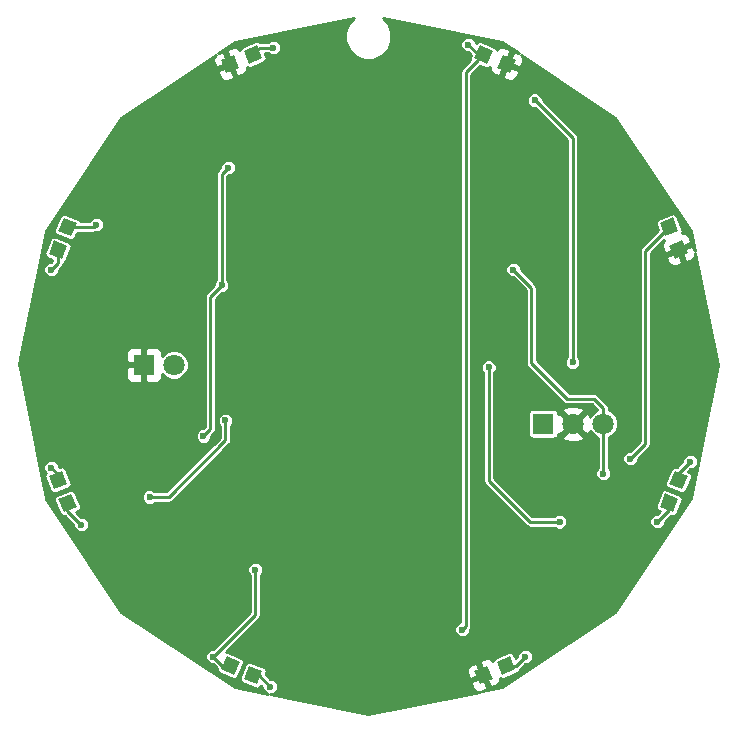
<source format=gtl>
G04 #@! TF.FileFunction,Copper,L1,Top,Signal*
%FSLAX46Y46*%
G04 Gerber Fmt 4.6, Leading zero omitted, Abs format (unit mm)*
G04 Created by KiCad (PCBNEW 4.0.7) date Thursday, May 03, 2018 'AMt' 10:41:57 AM*
%MOMM*%
%LPD*%
G01*
G04 APERTURE LIST*
%ADD10C,0.100000*%
%ADD11R,1.800000X1.800000*%
%ADD12C,1.800000*%
%ADD13C,0.600000*%
%ADD14C,0.250000*%
%ADD15C,0.254000*%
G04 APERTURE END LIST*
D10*
G36*
X87537626Y-125792972D02*
X87996417Y-124685351D01*
X89104038Y-125144142D01*
X88645247Y-126251763D01*
X87537626Y-125792972D01*
X87537626Y-125792972D01*
G37*
G36*
X89475962Y-126595858D02*
X89934753Y-125488237D01*
X91042374Y-125947028D01*
X90583583Y-127054649D01*
X89475962Y-126595858D01*
X89475962Y-126595858D01*
G37*
G36*
X74207028Y-87537626D02*
X75314649Y-87996417D01*
X74855858Y-89104038D01*
X73748237Y-88645247D01*
X74207028Y-87537626D01*
X74207028Y-87537626D01*
G37*
G36*
X73404142Y-89475962D02*
X74511763Y-89934753D01*
X74052972Y-91042374D01*
X72945351Y-90583583D01*
X73404142Y-89475962D01*
X73404142Y-89475962D01*
G37*
G36*
X108967626Y-74052972D02*
X109426417Y-72945351D01*
X110534038Y-73404142D01*
X110075247Y-74511763D01*
X108967626Y-74052972D01*
X108967626Y-74052972D01*
G37*
G36*
X110905962Y-74855858D02*
X111364753Y-73748237D01*
X112472374Y-74207028D01*
X112013583Y-75314649D01*
X110905962Y-74855858D01*
X110905962Y-74855858D01*
G37*
G36*
X90573583Y-72945351D02*
X91032374Y-74052972D01*
X89924753Y-74511763D01*
X89465962Y-73404142D01*
X90573583Y-72945351D01*
X90573583Y-72945351D01*
G37*
G36*
X88635247Y-73748237D02*
X89094038Y-74855858D01*
X87986417Y-75314649D01*
X87527626Y-74207028D01*
X88635247Y-73748237D01*
X88635247Y-73748237D01*
G37*
G36*
X72945351Y-109426417D02*
X74052972Y-108967626D01*
X74511763Y-110075247D01*
X73404142Y-110534038D01*
X72945351Y-109426417D01*
X72945351Y-109426417D01*
G37*
G36*
X73748237Y-111364753D02*
X74855858Y-110905962D01*
X75314649Y-112013583D01*
X74207028Y-112472374D01*
X73748237Y-111364753D01*
X73748237Y-111364753D01*
G37*
G36*
X125947028Y-108957626D02*
X127054649Y-109416417D01*
X126595858Y-110524038D01*
X125488237Y-110065247D01*
X125947028Y-108957626D01*
X125947028Y-108957626D01*
G37*
G36*
X125144142Y-110895962D02*
X126251763Y-111354753D01*
X125792972Y-112462374D01*
X124685351Y-112003583D01*
X125144142Y-110895962D01*
X125144142Y-110895962D01*
G37*
G36*
X124685351Y-87986417D02*
X125792972Y-87527626D01*
X126251763Y-88635247D01*
X125144142Y-89094038D01*
X124685351Y-87986417D01*
X124685351Y-87986417D01*
G37*
G36*
X125488237Y-89924753D02*
X126595858Y-89465962D01*
X127054649Y-90573583D01*
X125947028Y-91032374D01*
X125488237Y-89924753D01*
X125488237Y-89924753D01*
G37*
G36*
X112003583Y-124685351D02*
X112462374Y-125792972D01*
X111354753Y-126251763D01*
X110895962Y-125144142D01*
X112003583Y-124685351D01*
X112003583Y-124685351D01*
G37*
G36*
X110065247Y-125488237D02*
X110524038Y-126595858D01*
X109416417Y-127054649D01*
X108957626Y-125947028D01*
X110065247Y-125488237D01*
X110065247Y-125488237D01*
G37*
D11*
X81000000Y-100000000D03*
D12*
X83540000Y-100000000D03*
D11*
X114800000Y-105000000D03*
D12*
X117340000Y-105000000D03*
X119880000Y-105000000D03*
D13*
X100076000Y-78994000D03*
X90424000Y-84582000D03*
X90424000Y-90932000D03*
X76962000Y-88138000D03*
X112268000Y-91948000D03*
X90424000Y-117348000D03*
X86868000Y-124714000D03*
X73152000Y-108712000D03*
X119888000Y-109220000D03*
X127254000Y-108204000D03*
X88138000Y-83312000D03*
X86030000Y-106030000D03*
X87580000Y-93280000D03*
X108458000Y-72898000D03*
X107950000Y-122428000D03*
X91694000Y-127254000D03*
X73152000Y-91948000D03*
X91948000Y-73152000D03*
X122174000Y-107950000D03*
X75692000Y-113538000D03*
X113284000Y-124714000D03*
X124460000Y-113284000D03*
X114100000Y-77600000D03*
X117300000Y-99800000D03*
X81500000Y-111200000D03*
X87900000Y-104700000D03*
X116200000Y-113300000D03*
X110200000Y-100200000D03*
D14*
X100020000Y-81750000D02*
X100020000Y-79050000D01*
X100020000Y-79050000D02*
X100076000Y-78994000D01*
X90424000Y-90932000D02*
X90424000Y-84582000D01*
X74531443Y-88320832D02*
X76779168Y-88320832D01*
X76779168Y-88320832D02*
X76962000Y-88138000D01*
X112268000Y-91948000D02*
X113792000Y-93472000D01*
X113792000Y-93472000D02*
X113792000Y-99822000D01*
X113792000Y-99822000D02*
X116840000Y-102870000D01*
X116840000Y-102870000D02*
X119126000Y-102870000D01*
X119126000Y-102870000D02*
X119880000Y-103624000D01*
X119880000Y-103624000D02*
X119880000Y-105000000D01*
X87884000Y-123698000D02*
X90424000Y-121158000D01*
X90424000Y-121158000D02*
X90424000Y-117348000D01*
X86868000Y-124714000D02*
X87884000Y-123698000D01*
X88320832Y-125468557D02*
X87622557Y-125468557D01*
X87622557Y-125468557D02*
X86868000Y-124714000D01*
X73728557Y-109750832D02*
X73728557Y-109288557D01*
X73728557Y-109288557D02*
X73152000Y-108712000D01*
X119888000Y-109220000D02*
X119888000Y-105008000D01*
X119888000Y-105008000D02*
X119880000Y-105000000D01*
X126271443Y-109740832D02*
X126271443Y-109186557D01*
X126271443Y-109186557D02*
X127254000Y-108204000D01*
X87580000Y-93280000D02*
X87580000Y-83870000D01*
X87580000Y-83870000D02*
X88138000Y-83312000D01*
X86620000Y-94240000D02*
X86620000Y-105440000D01*
X86620000Y-105440000D02*
X86030000Y-106030000D01*
X87580000Y-93280000D02*
X86620000Y-94240000D01*
X109750832Y-73728557D02*
X109288557Y-73728557D01*
X109288557Y-73728557D02*
X108458000Y-72898000D01*
X107950000Y-122428000D02*
X108249999Y-122128001D01*
X108249999Y-75229390D02*
X109221331Y-74258058D01*
X108249999Y-122128001D02*
X108249999Y-75229390D01*
X109221331Y-74258058D02*
X109750832Y-73728557D01*
X90259168Y-126271443D02*
X90711443Y-126271443D01*
X90711443Y-126271443D02*
X91694000Y-127254000D01*
X73728557Y-90259168D02*
X73728557Y-91371443D01*
X73728557Y-91371443D02*
X73152000Y-91948000D01*
X91948000Y-73152000D02*
X90825725Y-73152000D01*
X90825725Y-73152000D02*
X90249168Y-73728557D01*
X125468557Y-88310832D02*
X123444000Y-90335389D01*
X123444000Y-90335389D02*
X123444000Y-106680000D01*
X123444000Y-106680000D02*
X122174000Y-107950000D01*
X74531443Y-111689168D02*
X74531443Y-112377443D01*
X74531443Y-112377443D02*
X75692000Y-113538000D01*
X113284000Y-124714000D02*
X112529443Y-125468557D01*
X112529443Y-125468557D02*
X111679168Y-125468557D01*
X125468557Y-111679168D02*
X125468557Y-112275443D01*
X125468557Y-112275443D02*
X124460000Y-113284000D01*
X125222000Y-111925725D02*
X125468557Y-111679168D01*
X117300000Y-80800000D02*
X114100000Y-77600000D01*
X117300000Y-99375736D02*
X117300000Y-80800000D01*
X117300000Y-99800000D02*
X117300000Y-99375736D01*
X87900000Y-106400000D02*
X83100000Y-111200000D01*
X83100000Y-111200000D02*
X81500000Y-111200000D01*
X87900000Y-105124264D02*
X87900000Y-106400000D01*
X87900000Y-104700000D02*
X87900000Y-105124264D01*
X110200000Y-109800000D02*
X113700000Y-113300000D01*
X113700000Y-113300000D02*
X116200000Y-113300000D01*
X110200000Y-100200000D02*
X110200000Y-109800000D01*
D15*
G36*
X98343598Y-71091135D02*
X98045340Y-71809420D01*
X98044661Y-72587168D01*
X98341665Y-73305972D01*
X98891135Y-73856402D01*
X99609420Y-74154660D01*
X100387168Y-74155339D01*
X101105972Y-73858335D01*
X101656402Y-73308865D01*
X101954660Y-72590580D01*
X101955339Y-71812832D01*
X101658335Y-71094028D01*
X101242104Y-70677070D01*
X111315949Y-72680882D01*
X112732760Y-73627565D01*
X112425566Y-73500321D01*
X112218149Y-73586236D01*
X111855101Y-74462711D01*
X112731577Y-74825759D01*
X112938994Y-74739844D01*
X113010701Y-74566727D01*
X113107374Y-74333337D01*
X113107374Y-74080719D01*
X113010701Y-73847330D01*
X112908082Y-73744711D01*
X120909148Y-79090852D01*
X127319118Y-88684051D01*
X127651548Y-90355288D01*
X127521269Y-90040767D01*
X127313852Y-89954852D01*
X126437376Y-90317900D01*
X126800424Y-91194375D01*
X127007841Y-91280290D01*
X127180959Y-91208582D01*
X127414348Y-91111909D01*
X127592976Y-90933281D01*
X127689649Y-90699891D01*
X127689649Y-90546836D01*
X129570000Y-100000000D01*
X127319118Y-111315949D01*
X120909148Y-120909148D01*
X111315949Y-127319118D01*
X109625473Y-127655375D01*
X109949233Y-127521269D01*
X110035148Y-127313852D01*
X109672100Y-126437376D01*
X108795625Y-126800424D01*
X108709710Y-127007841D01*
X108781418Y-127180959D01*
X108878091Y-127414348D01*
X109056719Y-127592976D01*
X109290109Y-127689649D01*
X109453164Y-127689649D01*
X100000000Y-129570000D01*
X91649393Y-127908961D01*
X91823716Y-127909113D01*
X92064543Y-127809606D01*
X92248958Y-127625512D01*
X92348886Y-127384859D01*
X92349113Y-127124284D01*
X92249606Y-126883457D01*
X92065512Y-126699042D01*
X91824859Y-126599114D01*
X91717843Y-126599021D01*
X91326278Y-126207456D01*
X91376776Y-126085542D01*
X91404250Y-125954528D01*
X91380028Y-125820719D01*
X108322626Y-125820719D01*
X108322626Y-126073337D01*
X108419299Y-126306727D01*
X108491006Y-126479844D01*
X108698423Y-126565759D01*
X109574899Y-126202711D01*
X109211851Y-125326236D01*
X109004434Y-125240321D01*
X108597928Y-125408701D01*
X108419299Y-125587330D01*
X108322626Y-125820719D01*
X91380028Y-125820719D01*
X91378657Y-125813147D01*
X91300076Y-125692862D01*
X91180888Y-125612626D01*
X90254814Y-125229034D01*
X109446516Y-125229034D01*
X109809564Y-126105510D01*
X109828042Y-126097856D01*
X109925243Y-126332521D01*
X109906765Y-126340175D01*
X110269813Y-127216650D01*
X110477230Y-127302565D01*
X110883736Y-127134185D01*
X111062365Y-126955556D01*
X111159038Y-126722167D01*
X111159038Y-126547747D01*
X111211633Y-126584219D01*
X111352253Y-126613708D01*
X111493267Y-126586165D01*
X112600888Y-126127374D01*
X112712956Y-126054161D01*
X112794830Y-125936092D01*
X112814014Y-125844611D01*
X112868854Y-125807968D01*
X113307801Y-125369021D01*
X113413716Y-125369113D01*
X113654543Y-125269606D01*
X113838958Y-125085512D01*
X113938886Y-124844859D01*
X113939113Y-124584284D01*
X113839606Y-124343457D01*
X113655512Y-124159042D01*
X113414859Y-124059114D01*
X113154284Y-124058887D01*
X112913457Y-124158394D01*
X112729042Y-124342488D01*
X112629114Y-124583141D01*
X112629021Y-124690157D01*
X112465205Y-124853973D01*
X112337985Y-124546837D01*
X112264772Y-124434769D01*
X112146703Y-124352895D01*
X112006083Y-124323406D01*
X111865069Y-124350949D01*
X110757448Y-124809740D01*
X110645380Y-124882953D01*
X110563506Y-125001022D01*
X110548346Y-125073311D01*
X110424945Y-124949910D01*
X110191555Y-124853237D01*
X109938937Y-124853237D01*
X109532431Y-125021617D01*
X109446516Y-125229034D01*
X90254814Y-125229034D01*
X90073267Y-125153835D01*
X89942253Y-125126361D01*
X89800872Y-125151954D01*
X89680587Y-125230535D01*
X89600351Y-125349723D01*
X89141560Y-126457344D01*
X89114086Y-126588358D01*
X89139679Y-126729739D01*
X89218260Y-126850024D01*
X89337448Y-126930260D01*
X90445069Y-127389051D01*
X90576083Y-127416525D01*
X90717464Y-127390932D01*
X90837749Y-127312351D01*
X90917985Y-127193163D01*
X90928633Y-127167456D01*
X91038979Y-127277802D01*
X91038887Y-127383716D01*
X91138394Y-127624543D01*
X91322488Y-127808958D01*
X91484179Y-127876098D01*
X88684051Y-127319118D01*
X84979350Y-124843716D01*
X86212887Y-124843716D01*
X86312394Y-125084543D01*
X86496488Y-125268958D01*
X86737141Y-125368886D01*
X86844157Y-125368979D01*
X87190467Y-125715289D01*
X87175750Y-125785472D01*
X87201343Y-125926853D01*
X87279924Y-126047138D01*
X87399112Y-126127374D01*
X88506733Y-126586165D01*
X88637747Y-126613639D01*
X88779128Y-126588046D01*
X88899413Y-126509465D01*
X88979649Y-126390277D01*
X89438440Y-125282656D01*
X89465914Y-125151642D01*
X89440321Y-125010261D01*
X89361740Y-124889976D01*
X89242552Y-124809740D01*
X88134931Y-124350949D01*
X88003917Y-124323475D01*
X87922633Y-124338189D01*
X88223411Y-124037411D01*
X89703106Y-122557716D01*
X107294887Y-122557716D01*
X107394394Y-122798543D01*
X107578488Y-122982958D01*
X107819141Y-123082886D01*
X108079716Y-123083113D01*
X108320543Y-122983606D01*
X108504958Y-122799512D01*
X108604886Y-122558859D01*
X108604986Y-122444101D01*
X108693461Y-122311689D01*
X108729999Y-122128001D01*
X108729999Y-100329716D01*
X109544887Y-100329716D01*
X109644394Y-100570543D01*
X109720000Y-100646281D01*
X109720000Y-109800000D01*
X109756538Y-109983688D01*
X109860589Y-110139411D01*
X113360588Y-113639411D01*
X113407181Y-113670543D01*
X113516312Y-113743462D01*
X113700000Y-113780000D01*
X115753660Y-113780000D01*
X115828488Y-113854958D01*
X116069141Y-113954886D01*
X116329716Y-113955113D01*
X116570543Y-113855606D01*
X116754958Y-113671512D01*
X116854886Y-113430859D01*
X116854900Y-113413716D01*
X123804887Y-113413716D01*
X123904394Y-113654543D01*
X124088488Y-113838958D01*
X124329141Y-113938886D01*
X124589716Y-113939113D01*
X124830543Y-113839606D01*
X125014958Y-113655512D01*
X125114886Y-113414859D01*
X125114979Y-113307843D01*
X125634368Y-112788454D01*
X125654458Y-112796776D01*
X125785472Y-112824250D01*
X125926853Y-112798657D01*
X126047138Y-112720076D01*
X126127374Y-112600888D01*
X126586165Y-111493267D01*
X126613639Y-111362253D01*
X126588046Y-111220872D01*
X126509465Y-111100587D01*
X126390277Y-111020351D01*
X125282656Y-110561560D01*
X125151642Y-110534086D01*
X125010261Y-110559679D01*
X124889976Y-110638260D01*
X124809740Y-110757448D01*
X124350949Y-111865069D01*
X124323475Y-111996083D01*
X124349068Y-112137464D01*
X124427649Y-112257749D01*
X124546837Y-112337985D01*
X124674368Y-112390810D01*
X124436199Y-112628979D01*
X124330284Y-112628887D01*
X124089457Y-112728394D01*
X123905042Y-112912488D01*
X123805114Y-113153141D01*
X123804887Y-113413716D01*
X116854900Y-113413716D01*
X116855113Y-113170284D01*
X116755606Y-112929457D01*
X116571512Y-112745042D01*
X116330859Y-112645114D01*
X116070284Y-112644887D01*
X115829457Y-112744394D01*
X115753719Y-112820000D01*
X113898823Y-112820000D01*
X111136570Y-110057747D01*
X125126361Y-110057747D01*
X125151954Y-110199128D01*
X125230535Y-110319413D01*
X125349723Y-110399649D01*
X126457344Y-110858440D01*
X126588358Y-110885914D01*
X126729739Y-110860321D01*
X126850024Y-110781740D01*
X126930260Y-110662552D01*
X127389051Y-109554931D01*
X127416525Y-109423917D01*
X127390932Y-109282536D01*
X127312351Y-109162251D01*
X127193163Y-109082015D01*
X127095331Y-109041492D01*
X127277802Y-108859021D01*
X127383716Y-108859113D01*
X127624543Y-108759606D01*
X127808958Y-108575512D01*
X127908886Y-108334859D01*
X127909113Y-108074284D01*
X127809606Y-107833457D01*
X127625512Y-107649042D01*
X127384859Y-107549114D01*
X127124284Y-107548887D01*
X126883457Y-107648394D01*
X126699042Y-107832488D01*
X126599114Y-108073141D01*
X126599021Y-108180157D01*
X126135331Y-108643847D01*
X126085542Y-108623224D01*
X125954528Y-108595750D01*
X125813147Y-108621343D01*
X125692862Y-108699924D01*
X125612626Y-108819112D01*
X125153835Y-109926733D01*
X125126361Y-110057747D01*
X111136570Y-110057747D01*
X110680000Y-109601178D01*
X110680000Y-104100000D01*
X113538046Y-104100000D01*
X113538046Y-105900000D01*
X113562800Y-106031555D01*
X113640549Y-106152380D01*
X113759180Y-106233437D01*
X113900000Y-106261954D01*
X115700000Y-106261954D01*
X115831555Y-106237200D01*
X115952380Y-106159451D01*
X116006557Y-106080159D01*
X116439446Y-106080159D01*
X116525852Y-106336643D01*
X117099336Y-106546458D01*
X117709460Y-106520839D01*
X118154148Y-106336643D01*
X118240554Y-106080159D01*
X117340000Y-105179605D01*
X116439446Y-106080159D01*
X116006557Y-106080159D01*
X116033437Y-106040820D01*
X116061954Y-105900000D01*
X116061954Y-105833889D01*
X116259841Y-105900554D01*
X117160395Y-105000000D01*
X116259841Y-104099446D01*
X116061954Y-104166111D01*
X116061954Y-104100000D01*
X116037200Y-103968445D01*
X116005925Y-103919841D01*
X116439446Y-103919841D01*
X117340000Y-104820395D01*
X118240554Y-103919841D01*
X118154148Y-103663357D01*
X117580664Y-103453542D01*
X116970540Y-103479161D01*
X116525852Y-103663357D01*
X116439446Y-103919841D01*
X116005925Y-103919841D01*
X115959451Y-103847620D01*
X115840820Y-103766563D01*
X115700000Y-103738046D01*
X113900000Y-103738046D01*
X113768445Y-103762800D01*
X113647620Y-103840549D01*
X113566563Y-103959180D01*
X113538046Y-104100000D01*
X110680000Y-104100000D01*
X110680000Y-100646340D01*
X110754958Y-100571512D01*
X110854886Y-100330859D01*
X110855113Y-100070284D01*
X110755606Y-99829457D01*
X110571512Y-99645042D01*
X110330859Y-99545114D01*
X110070284Y-99544887D01*
X109829457Y-99644394D01*
X109645042Y-99828488D01*
X109545114Y-100069141D01*
X109544887Y-100329716D01*
X108729999Y-100329716D01*
X108729999Y-92077716D01*
X111612887Y-92077716D01*
X111712394Y-92318543D01*
X111896488Y-92502958D01*
X112137141Y-92602886D01*
X112244157Y-92602979D01*
X113312000Y-93670823D01*
X113312000Y-99822000D01*
X113348538Y-100005688D01*
X113452589Y-100161411D01*
X116500589Y-103209411D01*
X116656312Y-103313462D01*
X116840000Y-103350000D01*
X118927178Y-103350000D01*
X119400000Y-103822822D01*
X119400000Y-103840420D01*
X119170028Y-103935442D01*
X118816683Y-104288171D01*
X118767794Y-104405909D01*
X118676643Y-104185852D01*
X118420159Y-104099446D01*
X117519605Y-105000000D01*
X118420159Y-105900554D01*
X118676643Y-105814148D01*
X118762041Y-105580731D01*
X118815442Y-105709972D01*
X119168171Y-106063317D01*
X119408000Y-106162903D01*
X119408000Y-108773660D01*
X119333042Y-108848488D01*
X119233114Y-109089141D01*
X119232887Y-109349716D01*
X119332394Y-109590543D01*
X119516488Y-109774958D01*
X119757141Y-109874886D01*
X120017716Y-109875113D01*
X120258543Y-109775606D01*
X120442958Y-109591512D01*
X120542886Y-109350859D01*
X120543113Y-109090284D01*
X120443606Y-108849457D01*
X120368000Y-108773719D01*
X120368000Y-108079716D01*
X121518887Y-108079716D01*
X121618394Y-108320543D01*
X121802488Y-108504958D01*
X122043141Y-108604886D01*
X122303716Y-108605113D01*
X122544543Y-108505606D01*
X122728958Y-108321512D01*
X122828886Y-108080859D01*
X122828979Y-107973843D01*
X123783411Y-107019411D01*
X123887462Y-106863688D01*
X123912182Y-106739411D01*
X123924000Y-106680000D01*
X123924000Y-90985566D01*
X125240321Y-90985566D01*
X125408701Y-91392072D01*
X125587330Y-91570701D01*
X125820719Y-91667374D01*
X126073337Y-91667374D01*
X126306727Y-91570701D01*
X126479844Y-91498994D01*
X126565759Y-91291577D01*
X126202711Y-90415101D01*
X125326236Y-90778149D01*
X125240321Y-90985566D01*
X123924000Y-90985566D01*
X123924000Y-90534211D01*
X125026396Y-89431815D01*
X125073311Y-89441654D01*
X124949910Y-89565055D01*
X124853237Y-89798445D01*
X124853237Y-90051063D01*
X125021617Y-90457569D01*
X125229034Y-90543484D01*
X126105510Y-90180436D01*
X126097856Y-90161958D01*
X126332521Y-90064757D01*
X126340175Y-90083235D01*
X127216650Y-89720187D01*
X127302565Y-89512770D01*
X127134185Y-89106264D01*
X126955556Y-88927635D01*
X126722167Y-88830962D01*
X126547747Y-88830962D01*
X126584219Y-88778367D01*
X126613708Y-88637747D01*
X126586165Y-88496733D01*
X126127374Y-87389112D01*
X126054161Y-87277044D01*
X125936092Y-87195170D01*
X125795472Y-87165681D01*
X125654458Y-87193224D01*
X124546837Y-87652015D01*
X124434769Y-87725228D01*
X124352895Y-87843297D01*
X124323406Y-87983917D01*
X124350949Y-88124931D01*
X124533915Y-88566652D01*
X123104589Y-89995978D01*
X123000538Y-90151701D01*
X122964000Y-90335389D01*
X122964000Y-106481178D01*
X122150199Y-107294979D01*
X122044284Y-107294887D01*
X121803457Y-107394394D01*
X121619042Y-107578488D01*
X121519114Y-107819141D01*
X121518887Y-108079716D01*
X120368000Y-108079716D01*
X120368000Y-106156275D01*
X120589972Y-106064558D01*
X120943317Y-105711829D01*
X121134782Y-105250730D01*
X121135217Y-104751460D01*
X120944558Y-104290028D01*
X120591829Y-103936683D01*
X120360000Y-103840419D01*
X120360000Y-103624000D01*
X120323462Y-103440312D01*
X120219411Y-103284589D01*
X119465411Y-102530589D01*
X119309688Y-102426538D01*
X119126000Y-102390000D01*
X117038822Y-102390000D01*
X114272000Y-99623178D01*
X114272000Y-93472000D01*
X114235462Y-93288312D01*
X114229908Y-93280000D01*
X114131411Y-93132588D01*
X112923021Y-91924199D01*
X112923113Y-91818284D01*
X112823606Y-91577457D01*
X112639512Y-91393042D01*
X112398859Y-91293114D01*
X112138284Y-91292887D01*
X111897457Y-91392394D01*
X111713042Y-91576488D01*
X111613114Y-91817141D01*
X111612887Y-92077716D01*
X108729999Y-92077716D01*
X108729999Y-77729716D01*
X113444887Y-77729716D01*
X113544394Y-77970543D01*
X113728488Y-78154958D01*
X113969141Y-78254886D01*
X114076157Y-78254979D01*
X116820000Y-80998823D01*
X116820000Y-99353660D01*
X116745042Y-99428488D01*
X116645114Y-99669141D01*
X116644887Y-99929716D01*
X116744394Y-100170543D01*
X116928488Y-100354958D01*
X117169141Y-100454886D01*
X117429716Y-100455113D01*
X117670543Y-100355606D01*
X117854958Y-100171512D01*
X117954886Y-99930859D01*
X117955113Y-99670284D01*
X117855606Y-99429457D01*
X117780000Y-99353719D01*
X117780000Y-80800000D01*
X117743462Y-80616312D01*
X117639411Y-80460588D01*
X114755021Y-77576199D01*
X114755113Y-77470284D01*
X114655606Y-77229457D01*
X114471512Y-77045042D01*
X114230859Y-76945114D01*
X113970284Y-76944887D01*
X113729457Y-77044394D01*
X113545042Y-77228488D01*
X113445114Y-77469141D01*
X113444887Y-77729716D01*
X108729999Y-77729716D01*
X108729999Y-75573852D01*
X111394852Y-75573852D01*
X111480767Y-75781269D01*
X111887273Y-75949649D01*
X112139891Y-75949649D01*
X112373281Y-75852976D01*
X112551909Y-75674348D01*
X112648582Y-75440959D01*
X112720290Y-75267841D01*
X112634375Y-75060424D01*
X111757900Y-74697376D01*
X111394852Y-75573852D01*
X108729999Y-75573852D01*
X108729999Y-75428212D01*
X109495012Y-74663199D01*
X109936733Y-74846165D01*
X110067747Y-74873639D01*
X110209128Y-74848046D01*
X110270962Y-74807650D01*
X110270962Y-74982167D01*
X110367635Y-75215556D01*
X110546264Y-75394185D01*
X110952770Y-75562565D01*
X111160187Y-75476650D01*
X111523235Y-74600175D01*
X111504757Y-74592521D01*
X111601958Y-74357856D01*
X111620436Y-74365510D01*
X111983484Y-73489034D01*
X111897569Y-73281617D01*
X111491063Y-73113237D01*
X111238445Y-73113237D01*
X111005055Y-73209910D01*
X110881722Y-73333243D01*
X110870321Y-73270261D01*
X110791740Y-73149976D01*
X110672552Y-73069740D01*
X109564931Y-72610949D01*
X109433917Y-72583475D01*
X109292536Y-72609068D01*
X109172251Y-72687649D01*
X109113107Y-72775506D01*
X109113113Y-72768284D01*
X109013606Y-72527457D01*
X108829512Y-72343042D01*
X108588859Y-72243114D01*
X108328284Y-72242887D01*
X108087457Y-72342394D01*
X107903042Y-72526488D01*
X107803114Y-72767141D01*
X107802887Y-73027716D01*
X107902394Y-73268543D01*
X108086488Y-73452958D01*
X108327141Y-73552886D01*
X108434157Y-73552979D01*
X108680793Y-73799615D01*
X108633224Y-73914458D01*
X108605750Y-74045472D01*
X108628641Y-74171926D01*
X107910588Y-74889979D01*
X107806537Y-75045702D01*
X107769999Y-75229390D01*
X107769999Y-121793664D01*
X107579457Y-121872394D01*
X107395042Y-122056488D01*
X107295114Y-122297141D01*
X107294887Y-122557716D01*
X89703106Y-122557716D01*
X90763411Y-121497412D01*
X90867462Y-121341688D01*
X90904000Y-121158000D01*
X90904000Y-117794340D01*
X90978958Y-117719512D01*
X91078886Y-117478859D01*
X91079113Y-117218284D01*
X90979606Y-116977457D01*
X90795512Y-116793042D01*
X90554859Y-116693114D01*
X90294284Y-116692887D01*
X90053457Y-116792394D01*
X89869042Y-116976488D01*
X89769114Y-117217141D01*
X89768887Y-117477716D01*
X89868394Y-117718543D01*
X89944000Y-117794281D01*
X89944000Y-120959177D01*
X87544589Y-123358589D01*
X86844199Y-124058979D01*
X86738284Y-124058887D01*
X86497457Y-124158394D01*
X86313042Y-124342488D01*
X86213114Y-124583141D01*
X86212887Y-124843716D01*
X84979350Y-124843716D01*
X79090852Y-120909148D01*
X72711822Y-111362253D01*
X73386292Y-111362253D01*
X73413835Y-111503267D01*
X73872626Y-112610888D01*
X73945839Y-112722956D01*
X74063908Y-112804830D01*
X74204528Y-112834319D01*
X74292345Y-112817167D01*
X75036979Y-113561802D01*
X75036887Y-113667716D01*
X75136394Y-113908543D01*
X75320488Y-114092958D01*
X75561141Y-114192886D01*
X75821716Y-114193113D01*
X76062543Y-114093606D01*
X76246958Y-113909512D01*
X76346886Y-113668859D01*
X76347113Y-113408284D01*
X76247606Y-113167457D01*
X76063512Y-112983042D01*
X75822859Y-112883114D01*
X75715844Y-112883021D01*
X75260578Y-112427756D01*
X75453163Y-112347985D01*
X75565231Y-112274772D01*
X75647105Y-112156703D01*
X75676594Y-112016083D01*
X75649051Y-111875069D01*
X75423159Y-111329716D01*
X80844887Y-111329716D01*
X80944394Y-111570543D01*
X81128488Y-111754958D01*
X81369141Y-111854886D01*
X81629716Y-111855113D01*
X81870543Y-111755606D01*
X81946281Y-111680000D01*
X83100000Y-111680000D01*
X83283688Y-111643462D01*
X83439411Y-111539411D01*
X88239411Y-106739411D01*
X88343462Y-106583688D01*
X88380000Y-106400000D01*
X88380000Y-105146340D01*
X88454958Y-105071512D01*
X88554886Y-104830859D01*
X88555113Y-104570284D01*
X88455606Y-104329457D01*
X88271512Y-104145042D01*
X88030859Y-104045114D01*
X87770284Y-104044887D01*
X87529457Y-104144394D01*
X87345042Y-104328488D01*
X87245114Y-104569141D01*
X87244887Y-104829716D01*
X87344394Y-105070543D01*
X87420000Y-105146281D01*
X87420000Y-106201178D01*
X82901178Y-110720000D01*
X81946340Y-110720000D01*
X81871512Y-110645042D01*
X81630859Y-110545114D01*
X81370284Y-110544887D01*
X81129457Y-110644394D01*
X80945042Y-110828488D01*
X80845114Y-111069141D01*
X80844887Y-111329716D01*
X75423159Y-111329716D01*
X75190260Y-110767448D01*
X75117047Y-110655380D01*
X74998978Y-110573506D01*
X74858358Y-110544017D01*
X74717344Y-110571560D01*
X73609723Y-111030351D01*
X73497655Y-111103564D01*
X73415781Y-111221633D01*
X73386292Y-111362253D01*
X72711822Y-111362253D01*
X72680882Y-111315949D01*
X72188727Y-108841716D01*
X72496887Y-108841716D01*
X72596394Y-109082543D01*
X72688279Y-109174588D01*
X72612895Y-109283297D01*
X72583406Y-109423917D01*
X72610949Y-109564931D01*
X73069740Y-110672552D01*
X73142953Y-110784620D01*
X73261022Y-110866494D01*
X73401642Y-110895983D01*
X73542656Y-110868440D01*
X74650277Y-110409649D01*
X74762345Y-110336436D01*
X74844219Y-110218367D01*
X74873708Y-110077747D01*
X74846165Y-109936733D01*
X74387374Y-108829112D01*
X74314161Y-108717044D01*
X74196092Y-108635170D01*
X74055472Y-108605681D01*
X73914458Y-108633224D01*
X73807030Y-108677722D01*
X73807113Y-108582284D01*
X73707606Y-108341457D01*
X73523512Y-108157042D01*
X73282859Y-108057114D01*
X73022284Y-108056887D01*
X72781457Y-108156394D01*
X72597042Y-108340488D01*
X72497114Y-108581141D01*
X72496887Y-108841716D01*
X72188727Y-108841716D01*
X71655245Y-106159716D01*
X85374887Y-106159716D01*
X85474394Y-106400543D01*
X85658488Y-106584958D01*
X85899141Y-106684886D01*
X86159716Y-106685113D01*
X86400543Y-106585606D01*
X86584958Y-106401512D01*
X86684886Y-106160859D01*
X86684979Y-106053843D01*
X86959411Y-105779411D01*
X87063462Y-105623688D01*
X87100000Y-105440000D01*
X87100000Y-94438822D01*
X87603801Y-93935021D01*
X87709716Y-93935113D01*
X87950543Y-93835606D01*
X88134958Y-93651512D01*
X88234886Y-93410859D01*
X88235113Y-93150284D01*
X88135606Y-92909457D01*
X88060000Y-92833719D01*
X88060000Y-84068822D01*
X88161801Y-83967021D01*
X88267716Y-83967113D01*
X88508543Y-83867606D01*
X88692958Y-83683512D01*
X88792886Y-83442859D01*
X88793113Y-83182284D01*
X88693606Y-82941457D01*
X88509512Y-82757042D01*
X88268859Y-82657114D01*
X88008284Y-82656887D01*
X87767457Y-82756394D01*
X87583042Y-82940488D01*
X87483114Y-83181141D01*
X87483021Y-83288157D01*
X87240589Y-83530589D01*
X87136538Y-83686312D01*
X87100000Y-83870000D01*
X87100000Y-92833660D01*
X87025042Y-92908488D01*
X86925114Y-93149141D01*
X86925021Y-93256157D01*
X86280589Y-93900589D01*
X86176538Y-94056312D01*
X86140000Y-94240000D01*
X86140000Y-105241178D01*
X86006199Y-105374979D01*
X85900284Y-105374887D01*
X85659457Y-105474394D01*
X85475042Y-105658488D01*
X85375114Y-105899141D01*
X85374887Y-106159716D01*
X71655245Y-106159716D01*
X70486840Y-100285750D01*
X79465000Y-100285750D01*
X79465000Y-101026310D01*
X79561673Y-101259699D01*
X79740302Y-101438327D01*
X79973691Y-101535000D01*
X80714250Y-101535000D01*
X80873000Y-101376250D01*
X80873000Y-100127000D01*
X79623750Y-100127000D01*
X79465000Y-100285750D01*
X70486840Y-100285750D01*
X70430000Y-100000000D01*
X70634145Y-98973690D01*
X79465000Y-98973690D01*
X79465000Y-99714250D01*
X79623750Y-99873000D01*
X80873000Y-99873000D01*
X80873000Y-98623750D01*
X81127000Y-98623750D01*
X81127000Y-99873000D01*
X81147000Y-99873000D01*
X81147000Y-100127000D01*
X81127000Y-100127000D01*
X81127000Y-101376250D01*
X81285750Y-101535000D01*
X82026309Y-101535000D01*
X82259698Y-101438327D01*
X82438327Y-101259699D01*
X82535000Y-101026310D01*
X82535000Y-100769634D01*
X82828171Y-101063317D01*
X83289270Y-101254782D01*
X83788540Y-101255217D01*
X84249972Y-101064558D01*
X84603317Y-100711829D01*
X84794782Y-100250730D01*
X84795217Y-99751460D01*
X84604558Y-99290028D01*
X84251829Y-98936683D01*
X83790730Y-98745218D01*
X83291460Y-98744783D01*
X82830028Y-98935442D01*
X82535000Y-99229956D01*
X82535000Y-98973690D01*
X82438327Y-98740301D01*
X82259698Y-98561673D01*
X82026309Y-98465000D01*
X81285750Y-98465000D01*
X81127000Y-98623750D01*
X80873000Y-98623750D01*
X80714250Y-98465000D01*
X79973691Y-98465000D01*
X79740302Y-98561673D01*
X79561673Y-98740301D01*
X79465000Y-98973690D01*
X70634145Y-98973690D01*
X72005840Y-92077716D01*
X72496887Y-92077716D01*
X72596394Y-92318543D01*
X72780488Y-92502958D01*
X73021141Y-92602886D01*
X73281716Y-92603113D01*
X73522543Y-92503606D01*
X73706958Y-92319512D01*
X73806886Y-92078859D01*
X73806979Y-91971843D01*
X74067968Y-91710854D01*
X74172019Y-91555131D01*
X74208557Y-91371443D01*
X74208557Y-91364478D01*
X74307138Y-91300076D01*
X74387374Y-91180888D01*
X74846165Y-90073267D01*
X74873639Y-89942253D01*
X74848046Y-89800872D01*
X74769465Y-89680587D01*
X74650277Y-89600351D01*
X73542656Y-89141560D01*
X73411642Y-89114086D01*
X73270261Y-89139679D01*
X73149976Y-89218260D01*
X73069740Y-89337448D01*
X72610949Y-90445069D01*
X72583475Y-90576083D01*
X72609068Y-90717464D01*
X72687649Y-90837749D01*
X72806837Y-90917985D01*
X73248557Y-91100951D01*
X73248557Y-91172621D01*
X73128199Y-91292979D01*
X73022284Y-91292887D01*
X72781457Y-91392394D01*
X72597042Y-91576488D01*
X72497114Y-91817141D01*
X72496887Y-92077716D01*
X72005840Y-92077716D01*
X72680882Y-88684051D01*
X72711821Y-88637747D01*
X73386361Y-88637747D01*
X73411954Y-88779128D01*
X73490535Y-88899413D01*
X73609723Y-88979649D01*
X74717344Y-89438440D01*
X74848358Y-89465914D01*
X74989739Y-89440321D01*
X75110024Y-89361740D01*
X75190260Y-89242552D01*
X75373226Y-88800832D01*
X76779168Y-88800832D01*
X76827246Y-88791269D01*
X76831141Y-88792886D01*
X77091716Y-88793113D01*
X77332543Y-88693606D01*
X77516958Y-88509512D01*
X77616886Y-88268859D01*
X77617113Y-88008284D01*
X77517606Y-87767457D01*
X77333512Y-87583042D01*
X77092859Y-87483114D01*
X76832284Y-87482887D01*
X76591457Y-87582394D01*
X76407042Y-87766488D01*
X76376172Y-87840832D01*
X75636753Y-87840832D01*
X75572351Y-87742251D01*
X75453163Y-87662015D01*
X74345542Y-87203224D01*
X74214528Y-87175750D01*
X74073147Y-87201343D01*
X73952862Y-87279924D01*
X73872626Y-87399112D01*
X73413835Y-88506733D01*
X73386361Y-88637747D01*
X72711821Y-88637747D01*
X79090852Y-79090852D01*
X84812392Y-75267841D01*
X87279710Y-75267841D01*
X87351418Y-75440959D01*
X87448091Y-75674348D01*
X87626719Y-75852976D01*
X87860109Y-75949649D01*
X88112727Y-75949649D01*
X88519233Y-75781269D01*
X88605148Y-75573852D01*
X88242100Y-74697376D01*
X87365625Y-75060424D01*
X87279710Y-75267841D01*
X84812392Y-75267841D01*
X87091918Y-73744711D01*
X86989299Y-73847330D01*
X86892626Y-74080719D01*
X86892626Y-74333337D01*
X86989299Y-74566727D01*
X87061006Y-74739844D01*
X87268423Y-74825759D01*
X88144899Y-74462711D01*
X87781851Y-73586236D01*
X87574434Y-73500321D01*
X87267240Y-73627565D01*
X87474566Y-73489034D01*
X88016516Y-73489034D01*
X88379564Y-74365510D01*
X88398042Y-74357856D01*
X88495243Y-74592521D01*
X88476765Y-74600175D01*
X88839813Y-75476650D01*
X89047230Y-75562565D01*
X89453736Y-75394185D01*
X89632365Y-75215556D01*
X89729038Y-74982167D01*
X89729038Y-74807747D01*
X89781633Y-74844219D01*
X89922253Y-74873708D01*
X90063267Y-74846165D01*
X91170888Y-74387374D01*
X91282956Y-74314161D01*
X91364830Y-74196092D01*
X91394319Y-74055472D01*
X91366776Y-73914458D01*
X91249778Y-73632000D01*
X91501660Y-73632000D01*
X91576488Y-73706958D01*
X91817141Y-73806886D01*
X92077716Y-73807113D01*
X92318543Y-73707606D01*
X92502958Y-73523512D01*
X92602886Y-73282859D01*
X92603113Y-73022284D01*
X92503606Y-72781457D01*
X92319512Y-72597042D01*
X92078859Y-72497114D01*
X91818284Y-72496887D01*
X91577457Y-72596394D01*
X91501719Y-72672000D01*
X90825725Y-72672000D01*
X90807240Y-72675677D01*
X90716703Y-72612895D01*
X90576083Y-72583406D01*
X90435069Y-72610949D01*
X89327448Y-73069740D01*
X89215380Y-73142953D01*
X89133506Y-73261022D01*
X89118346Y-73333311D01*
X88994945Y-73209910D01*
X88761555Y-73113237D01*
X88508937Y-73113237D01*
X88102431Y-73281617D01*
X88016516Y-73489034D01*
X87474566Y-73489034D01*
X88684051Y-72680882D01*
X98758509Y-70676948D01*
X98343598Y-71091135D01*
X98343598Y-71091135D01*
G37*
X98343598Y-71091135D02*
X98045340Y-71809420D01*
X98044661Y-72587168D01*
X98341665Y-73305972D01*
X98891135Y-73856402D01*
X99609420Y-74154660D01*
X100387168Y-74155339D01*
X101105972Y-73858335D01*
X101656402Y-73308865D01*
X101954660Y-72590580D01*
X101955339Y-71812832D01*
X101658335Y-71094028D01*
X101242104Y-70677070D01*
X111315949Y-72680882D01*
X112732760Y-73627565D01*
X112425566Y-73500321D01*
X112218149Y-73586236D01*
X111855101Y-74462711D01*
X112731577Y-74825759D01*
X112938994Y-74739844D01*
X113010701Y-74566727D01*
X113107374Y-74333337D01*
X113107374Y-74080719D01*
X113010701Y-73847330D01*
X112908082Y-73744711D01*
X120909148Y-79090852D01*
X127319118Y-88684051D01*
X127651548Y-90355288D01*
X127521269Y-90040767D01*
X127313852Y-89954852D01*
X126437376Y-90317900D01*
X126800424Y-91194375D01*
X127007841Y-91280290D01*
X127180959Y-91208582D01*
X127414348Y-91111909D01*
X127592976Y-90933281D01*
X127689649Y-90699891D01*
X127689649Y-90546836D01*
X129570000Y-100000000D01*
X127319118Y-111315949D01*
X120909148Y-120909148D01*
X111315949Y-127319118D01*
X109625473Y-127655375D01*
X109949233Y-127521269D01*
X110035148Y-127313852D01*
X109672100Y-126437376D01*
X108795625Y-126800424D01*
X108709710Y-127007841D01*
X108781418Y-127180959D01*
X108878091Y-127414348D01*
X109056719Y-127592976D01*
X109290109Y-127689649D01*
X109453164Y-127689649D01*
X100000000Y-129570000D01*
X91649393Y-127908961D01*
X91823716Y-127909113D01*
X92064543Y-127809606D01*
X92248958Y-127625512D01*
X92348886Y-127384859D01*
X92349113Y-127124284D01*
X92249606Y-126883457D01*
X92065512Y-126699042D01*
X91824859Y-126599114D01*
X91717843Y-126599021D01*
X91326278Y-126207456D01*
X91376776Y-126085542D01*
X91404250Y-125954528D01*
X91380028Y-125820719D01*
X108322626Y-125820719D01*
X108322626Y-126073337D01*
X108419299Y-126306727D01*
X108491006Y-126479844D01*
X108698423Y-126565759D01*
X109574899Y-126202711D01*
X109211851Y-125326236D01*
X109004434Y-125240321D01*
X108597928Y-125408701D01*
X108419299Y-125587330D01*
X108322626Y-125820719D01*
X91380028Y-125820719D01*
X91378657Y-125813147D01*
X91300076Y-125692862D01*
X91180888Y-125612626D01*
X90254814Y-125229034D01*
X109446516Y-125229034D01*
X109809564Y-126105510D01*
X109828042Y-126097856D01*
X109925243Y-126332521D01*
X109906765Y-126340175D01*
X110269813Y-127216650D01*
X110477230Y-127302565D01*
X110883736Y-127134185D01*
X111062365Y-126955556D01*
X111159038Y-126722167D01*
X111159038Y-126547747D01*
X111211633Y-126584219D01*
X111352253Y-126613708D01*
X111493267Y-126586165D01*
X112600888Y-126127374D01*
X112712956Y-126054161D01*
X112794830Y-125936092D01*
X112814014Y-125844611D01*
X112868854Y-125807968D01*
X113307801Y-125369021D01*
X113413716Y-125369113D01*
X113654543Y-125269606D01*
X113838958Y-125085512D01*
X113938886Y-124844859D01*
X113939113Y-124584284D01*
X113839606Y-124343457D01*
X113655512Y-124159042D01*
X113414859Y-124059114D01*
X113154284Y-124058887D01*
X112913457Y-124158394D01*
X112729042Y-124342488D01*
X112629114Y-124583141D01*
X112629021Y-124690157D01*
X112465205Y-124853973D01*
X112337985Y-124546837D01*
X112264772Y-124434769D01*
X112146703Y-124352895D01*
X112006083Y-124323406D01*
X111865069Y-124350949D01*
X110757448Y-124809740D01*
X110645380Y-124882953D01*
X110563506Y-125001022D01*
X110548346Y-125073311D01*
X110424945Y-124949910D01*
X110191555Y-124853237D01*
X109938937Y-124853237D01*
X109532431Y-125021617D01*
X109446516Y-125229034D01*
X90254814Y-125229034D01*
X90073267Y-125153835D01*
X89942253Y-125126361D01*
X89800872Y-125151954D01*
X89680587Y-125230535D01*
X89600351Y-125349723D01*
X89141560Y-126457344D01*
X89114086Y-126588358D01*
X89139679Y-126729739D01*
X89218260Y-126850024D01*
X89337448Y-126930260D01*
X90445069Y-127389051D01*
X90576083Y-127416525D01*
X90717464Y-127390932D01*
X90837749Y-127312351D01*
X90917985Y-127193163D01*
X90928633Y-127167456D01*
X91038979Y-127277802D01*
X91038887Y-127383716D01*
X91138394Y-127624543D01*
X91322488Y-127808958D01*
X91484179Y-127876098D01*
X88684051Y-127319118D01*
X84979350Y-124843716D01*
X86212887Y-124843716D01*
X86312394Y-125084543D01*
X86496488Y-125268958D01*
X86737141Y-125368886D01*
X86844157Y-125368979D01*
X87190467Y-125715289D01*
X87175750Y-125785472D01*
X87201343Y-125926853D01*
X87279924Y-126047138D01*
X87399112Y-126127374D01*
X88506733Y-126586165D01*
X88637747Y-126613639D01*
X88779128Y-126588046D01*
X88899413Y-126509465D01*
X88979649Y-126390277D01*
X89438440Y-125282656D01*
X89465914Y-125151642D01*
X89440321Y-125010261D01*
X89361740Y-124889976D01*
X89242552Y-124809740D01*
X88134931Y-124350949D01*
X88003917Y-124323475D01*
X87922633Y-124338189D01*
X88223411Y-124037411D01*
X89703106Y-122557716D01*
X107294887Y-122557716D01*
X107394394Y-122798543D01*
X107578488Y-122982958D01*
X107819141Y-123082886D01*
X108079716Y-123083113D01*
X108320543Y-122983606D01*
X108504958Y-122799512D01*
X108604886Y-122558859D01*
X108604986Y-122444101D01*
X108693461Y-122311689D01*
X108729999Y-122128001D01*
X108729999Y-100329716D01*
X109544887Y-100329716D01*
X109644394Y-100570543D01*
X109720000Y-100646281D01*
X109720000Y-109800000D01*
X109756538Y-109983688D01*
X109860589Y-110139411D01*
X113360588Y-113639411D01*
X113407181Y-113670543D01*
X113516312Y-113743462D01*
X113700000Y-113780000D01*
X115753660Y-113780000D01*
X115828488Y-113854958D01*
X116069141Y-113954886D01*
X116329716Y-113955113D01*
X116570543Y-113855606D01*
X116754958Y-113671512D01*
X116854886Y-113430859D01*
X116854900Y-113413716D01*
X123804887Y-113413716D01*
X123904394Y-113654543D01*
X124088488Y-113838958D01*
X124329141Y-113938886D01*
X124589716Y-113939113D01*
X124830543Y-113839606D01*
X125014958Y-113655512D01*
X125114886Y-113414859D01*
X125114979Y-113307843D01*
X125634368Y-112788454D01*
X125654458Y-112796776D01*
X125785472Y-112824250D01*
X125926853Y-112798657D01*
X126047138Y-112720076D01*
X126127374Y-112600888D01*
X126586165Y-111493267D01*
X126613639Y-111362253D01*
X126588046Y-111220872D01*
X126509465Y-111100587D01*
X126390277Y-111020351D01*
X125282656Y-110561560D01*
X125151642Y-110534086D01*
X125010261Y-110559679D01*
X124889976Y-110638260D01*
X124809740Y-110757448D01*
X124350949Y-111865069D01*
X124323475Y-111996083D01*
X124349068Y-112137464D01*
X124427649Y-112257749D01*
X124546837Y-112337985D01*
X124674368Y-112390810D01*
X124436199Y-112628979D01*
X124330284Y-112628887D01*
X124089457Y-112728394D01*
X123905042Y-112912488D01*
X123805114Y-113153141D01*
X123804887Y-113413716D01*
X116854900Y-113413716D01*
X116855113Y-113170284D01*
X116755606Y-112929457D01*
X116571512Y-112745042D01*
X116330859Y-112645114D01*
X116070284Y-112644887D01*
X115829457Y-112744394D01*
X115753719Y-112820000D01*
X113898823Y-112820000D01*
X111136570Y-110057747D01*
X125126361Y-110057747D01*
X125151954Y-110199128D01*
X125230535Y-110319413D01*
X125349723Y-110399649D01*
X126457344Y-110858440D01*
X126588358Y-110885914D01*
X126729739Y-110860321D01*
X126850024Y-110781740D01*
X126930260Y-110662552D01*
X127389051Y-109554931D01*
X127416525Y-109423917D01*
X127390932Y-109282536D01*
X127312351Y-109162251D01*
X127193163Y-109082015D01*
X127095331Y-109041492D01*
X127277802Y-108859021D01*
X127383716Y-108859113D01*
X127624543Y-108759606D01*
X127808958Y-108575512D01*
X127908886Y-108334859D01*
X127909113Y-108074284D01*
X127809606Y-107833457D01*
X127625512Y-107649042D01*
X127384859Y-107549114D01*
X127124284Y-107548887D01*
X126883457Y-107648394D01*
X126699042Y-107832488D01*
X126599114Y-108073141D01*
X126599021Y-108180157D01*
X126135331Y-108643847D01*
X126085542Y-108623224D01*
X125954528Y-108595750D01*
X125813147Y-108621343D01*
X125692862Y-108699924D01*
X125612626Y-108819112D01*
X125153835Y-109926733D01*
X125126361Y-110057747D01*
X111136570Y-110057747D01*
X110680000Y-109601178D01*
X110680000Y-104100000D01*
X113538046Y-104100000D01*
X113538046Y-105900000D01*
X113562800Y-106031555D01*
X113640549Y-106152380D01*
X113759180Y-106233437D01*
X113900000Y-106261954D01*
X115700000Y-106261954D01*
X115831555Y-106237200D01*
X115952380Y-106159451D01*
X116006557Y-106080159D01*
X116439446Y-106080159D01*
X116525852Y-106336643D01*
X117099336Y-106546458D01*
X117709460Y-106520839D01*
X118154148Y-106336643D01*
X118240554Y-106080159D01*
X117340000Y-105179605D01*
X116439446Y-106080159D01*
X116006557Y-106080159D01*
X116033437Y-106040820D01*
X116061954Y-105900000D01*
X116061954Y-105833889D01*
X116259841Y-105900554D01*
X117160395Y-105000000D01*
X116259841Y-104099446D01*
X116061954Y-104166111D01*
X116061954Y-104100000D01*
X116037200Y-103968445D01*
X116005925Y-103919841D01*
X116439446Y-103919841D01*
X117340000Y-104820395D01*
X118240554Y-103919841D01*
X118154148Y-103663357D01*
X117580664Y-103453542D01*
X116970540Y-103479161D01*
X116525852Y-103663357D01*
X116439446Y-103919841D01*
X116005925Y-103919841D01*
X115959451Y-103847620D01*
X115840820Y-103766563D01*
X115700000Y-103738046D01*
X113900000Y-103738046D01*
X113768445Y-103762800D01*
X113647620Y-103840549D01*
X113566563Y-103959180D01*
X113538046Y-104100000D01*
X110680000Y-104100000D01*
X110680000Y-100646340D01*
X110754958Y-100571512D01*
X110854886Y-100330859D01*
X110855113Y-100070284D01*
X110755606Y-99829457D01*
X110571512Y-99645042D01*
X110330859Y-99545114D01*
X110070284Y-99544887D01*
X109829457Y-99644394D01*
X109645042Y-99828488D01*
X109545114Y-100069141D01*
X109544887Y-100329716D01*
X108729999Y-100329716D01*
X108729999Y-92077716D01*
X111612887Y-92077716D01*
X111712394Y-92318543D01*
X111896488Y-92502958D01*
X112137141Y-92602886D01*
X112244157Y-92602979D01*
X113312000Y-93670823D01*
X113312000Y-99822000D01*
X113348538Y-100005688D01*
X113452589Y-100161411D01*
X116500589Y-103209411D01*
X116656312Y-103313462D01*
X116840000Y-103350000D01*
X118927178Y-103350000D01*
X119400000Y-103822822D01*
X119400000Y-103840420D01*
X119170028Y-103935442D01*
X118816683Y-104288171D01*
X118767794Y-104405909D01*
X118676643Y-104185852D01*
X118420159Y-104099446D01*
X117519605Y-105000000D01*
X118420159Y-105900554D01*
X118676643Y-105814148D01*
X118762041Y-105580731D01*
X118815442Y-105709972D01*
X119168171Y-106063317D01*
X119408000Y-106162903D01*
X119408000Y-108773660D01*
X119333042Y-108848488D01*
X119233114Y-109089141D01*
X119232887Y-109349716D01*
X119332394Y-109590543D01*
X119516488Y-109774958D01*
X119757141Y-109874886D01*
X120017716Y-109875113D01*
X120258543Y-109775606D01*
X120442958Y-109591512D01*
X120542886Y-109350859D01*
X120543113Y-109090284D01*
X120443606Y-108849457D01*
X120368000Y-108773719D01*
X120368000Y-108079716D01*
X121518887Y-108079716D01*
X121618394Y-108320543D01*
X121802488Y-108504958D01*
X122043141Y-108604886D01*
X122303716Y-108605113D01*
X122544543Y-108505606D01*
X122728958Y-108321512D01*
X122828886Y-108080859D01*
X122828979Y-107973843D01*
X123783411Y-107019411D01*
X123887462Y-106863688D01*
X123912182Y-106739411D01*
X123924000Y-106680000D01*
X123924000Y-90985566D01*
X125240321Y-90985566D01*
X125408701Y-91392072D01*
X125587330Y-91570701D01*
X125820719Y-91667374D01*
X126073337Y-91667374D01*
X126306727Y-91570701D01*
X126479844Y-91498994D01*
X126565759Y-91291577D01*
X126202711Y-90415101D01*
X125326236Y-90778149D01*
X125240321Y-90985566D01*
X123924000Y-90985566D01*
X123924000Y-90534211D01*
X125026396Y-89431815D01*
X125073311Y-89441654D01*
X124949910Y-89565055D01*
X124853237Y-89798445D01*
X124853237Y-90051063D01*
X125021617Y-90457569D01*
X125229034Y-90543484D01*
X126105510Y-90180436D01*
X126097856Y-90161958D01*
X126332521Y-90064757D01*
X126340175Y-90083235D01*
X127216650Y-89720187D01*
X127302565Y-89512770D01*
X127134185Y-89106264D01*
X126955556Y-88927635D01*
X126722167Y-88830962D01*
X126547747Y-88830962D01*
X126584219Y-88778367D01*
X126613708Y-88637747D01*
X126586165Y-88496733D01*
X126127374Y-87389112D01*
X126054161Y-87277044D01*
X125936092Y-87195170D01*
X125795472Y-87165681D01*
X125654458Y-87193224D01*
X124546837Y-87652015D01*
X124434769Y-87725228D01*
X124352895Y-87843297D01*
X124323406Y-87983917D01*
X124350949Y-88124931D01*
X124533915Y-88566652D01*
X123104589Y-89995978D01*
X123000538Y-90151701D01*
X122964000Y-90335389D01*
X122964000Y-106481178D01*
X122150199Y-107294979D01*
X122044284Y-107294887D01*
X121803457Y-107394394D01*
X121619042Y-107578488D01*
X121519114Y-107819141D01*
X121518887Y-108079716D01*
X120368000Y-108079716D01*
X120368000Y-106156275D01*
X120589972Y-106064558D01*
X120943317Y-105711829D01*
X121134782Y-105250730D01*
X121135217Y-104751460D01*
X120944558Y-104290028D01*
X120591829Y-103936683D01*
X120360000Y-103840419D01*
X120360000Y-103624000D01*
X120323462Y-103440312D01*
X120219411Y-103284589D01*
X119465411Y-102530589D01*
X119309688Y-102426538D01*
X119126000Y-102390000D01*
X117038822Y-102390000D01*
X114272000Y-99623178D01*
X114272000Y-93472000D01*
X114235462Y-93288312D01*
X114229908Y-93280000D01*
X114131411Y-93132588D01*
X112923021Y-91924199D01*
X112923113Y-91818284D01*
X112823606Y-91577457D01*
X112639512Y-91393042D01*
X112398859Y-91293114D01*
X112138284Y-91292887D01*
X111897457Y-91392394D01*
X111713042Y-91576488D01*
X111613114Y-91817141D01*
X111612887Y-92077716D01*
X108729999Y-92077716D01*
X108729999Y-77729716D01*
X113444887Y-77729716D01*
X113544394Y-77970543D01*
X113728488Y-78154958D01*
X113969141Y-78254886D01*
X114076157Y-78254979D01*
X116820000Y-80998823D01*
X116820000Y-99353660D01*
X116745042Y-99428488D01*
X116645114Y-99669141D01*
X116644887Y-99929716D01*
X116744394Y-100170543D01*
X116928488Y-100354958D01*
X117169141Y-100454886D01*
X117429716Y-100455113D01*
X117670543Y-100355606D01*
X117854958Y-100171512D01*
X117954886Y-99930859D01*
X117955113Y-99670284D01*
X117855606Y-99429457D01*
X117780000Y-99353719D01*
X117780000Y-80800000D01*
X117743462Y-80616312D01*
X117639411Y-80460588D01*
X114755021Y-77576199D01*
X114755113Y-77470284D01*
X114655606Y-77229457D01*
X114471512Y-77045042D01*
X114230859Y-76945114D01*
X113970284Y-76944887D01*
X113729457Y-77044394D01*
X113545042Y-77228488D01*
X113445114Y-77469141D01*
X113444887Y-77729716D01*
X108729999Y-77729716D01*
X108729999Y-75573852D01*
X111394852Y-75573852D01*
X111480767Y-75781269D01*
X111887273Y-75949649D01*
X112139891Y-75949649D01*
X112373281Y-75852976D01*
X112551909Y-75674348D01*
X112648582Y-75440959D01*
X112720290Y-75267841D01*
X112634375Y-75060424D01*
X111757900Y-74697376D01*
X111394852Y-75573852D01*
X108729999Y-75573852D01*
X108729999Y-75428212D01*
X109495012Y-74663199D01*
X109936733Y-74846165D01*
X110067747Y-74873639D01*
X110209128Y-74848046D01*
X110270962Y-74807650D01*
X110270962Y-74982167D01*
X110367635Y-75215556D01*
X110546264Y-75394185D01*
X110952770Y-75562565D01*
X111160187Y-75476650D01*
X111523235Y-74600175D01*
X111504757Y-74592521D01*
X111601958Y-74357856D01*
X111620436Y-74365510D01*
X111983484Y-73489034D01*
X111897569Y-73281617D01*
X111491063Y-73113237D01*
X111238445Y-73113237D01*
X111005055Y-73209910D01*
X110881722Y-73333243D01*
X110870321Y-73270261D01*
X110791740Y-73149976D01*
X110672552Y-73069740D01*
X109564931Y-72610949D01*
X109433917Y-72583475D01*
X109292536Y-72609068D01*
X109172251Y-72687649D01*
X109113107Y-72775506D01*
X109113113Y-72768284D01*
X109013606Y-72527457D01*
X108829512Y-72343042D01*
X108588859Y-72243114D01*
X108328284Y-72242887D01*
X108087457Y-72342394D01*
X107903042Y-72526488D01*
X107803114Y-72767141D01*
X107802887Y-73027716D01*
X107902394Y-73268543D01*
X108086488Y-73452958D01*
X108327141Y-73552886D01*
X108434157Y-73552979D01*
X108680793Y-73799615D01*
X108633224Y-73914458D01*
X108605750Y-74045472D01*
X108628641Y-74171926D01*
X107910588Y-74889979D01*
X107806537Y-75045702D01*
X107769999Y-75229390D01*
X107769999Y-121793664D01*
X107579457Y-121872394D01*
X107395042Y-122056488D01*
X107295114Y-122297141D01*
X107294887Y-122557716D01*
X89703106Y-122557716D01*
X90763411Y-121497412D01*
X90867462Y-121341688D01*
X90904000Y-121158000D01*
X90904000Y-117794340D01*
X90978958Y-117719512D01*
X91078886Y-117478859D01*
X91079113Y-117218284D01*
X90979606Y-116977457D01*
X90795512Y-116793042D01*
X90554859Y-116693114D01*
X90294284Y-116692887D01*
X90053457Y-116792394D01*
X89869042Y-116976488D01*
X89769114Y-117217141D01*
X89768887Y-117477716D01*
X89868394Y-117718543D01*
X89944000Y-117794281D01*
X89944000Y-120959177D01*
X87544589Y-123358589D01*
X86844199Y-124058979D01*
X86738284Y-124058887D01*
X86497457Y-124158394D01*
X86313042Y-124342488D01*
X86213114Y-124583141D01*
X86212887Y-124843716D01*
X84979350Y-124843716D01*
X79090852Y-120909148D01*
X72711822Y-111362253D01*
X73386292Y-111362253D01*
X73413835Y-111503267D01*
X73872626Y-112610888D01*
X73945839Y-112722956D01*
X74063908Y-112804830D01*
X74204528Y-112834319D01*
X74292345Y-112817167D01*
X75036979Y-113561802D01*
X75036887Y-113667716D01*
X75136394Y-113908543D01*
X75320488Y-114092958D01*
X75561141Y-114192886D01*
X75821716Y-114193113D01*
X76062543Y-114093606D01*
X76246958Y-113909512D01*
X76346886Y-113668859D01*
X76347113Y-113408284D01*
X76247606Y-113167457D01*
X76063512Y-112983042D01*
X75822859Y-112883114D01*
X75715844Y-112883021D01*
X75260578Y-112427756D01*
X75453163Y-112347985D01*
X75565231Y-112274772D01*
X75647105Y-112156703D01*
X75676594Y-112016083D01*
X75649051Y-111875069D01*
X75423159Y-111329716D01*
X80844887Y-111329716D01*
X80944394Y-111570543D01*
X81128488Y-111754958D01*
X81369141Y-111854886D01*
X81629716Y-111855113D01*
X81870543Y-111755606D01*
X81946281Y-111680000D01*
X83100000Y-111680000D01*
X83283688Y-111643462D01*
X83439411Y-111539411D01*
X88239411Y-106739411D01*
X88343462Y-106583688D01*
X88380000Y-106400000D01*
X88380000Y-105146340D01*
X88454958Y-105071512D01*
X88554886Y-104830859D01*
X88555113Y-104570284D01*
X88455606Y-104329457D01*
X88271512Y-104145042D01*
X88030859Y-104045114D01*
X87770284Y-104044887D01*
X87529457Y-104144394D01*
X87345042Y-104328488D01*
X87245114Y-104569141D01*
X87244887Y-104829716D01*
X87344394Y-105070543D01*
X87420000Y-105146281D01*
X87420000Y-106201178D01*
X82901178Y-110720000D01*
X81946340Y-110720000D01*
X81871512Y-110645042D01*
X81630859Y-110545114D01*
X81370284Y-110544887D01*
X81129457Y-110644394D01*
X80945042Y-110828488D01*
X80845114Y-111069141D01*
X80844887Y-111329716D01*
X75423159Y-111329716D01*
X75190260Y-110767448D01*
X75117047Y-110655380D01*
X74998978Y-110573506D01*
X74858358Y-110544017D01*
X74717344Y-110571560D01*
X73609723Y-111030351D01*
X73497655Y-111103564D01*
X73415781Y-111221633D01*
X73386292Y-111362253D01*
X72711822Y-111362253D01*
X72680882Y-111315949D01*
X72188727Y-108841716D01*
X72496887Y-108841716D01*
X72596394Y-109082543D01*
X72688279Y-109174588D01*
X72612895Y-109283297D01*
X72583406Y-109423917D01*
X72610949Y-109564931D01*
X73069740Y-110672552D01*
X73142953Y-110784620D01*
X73261022Y-110866494D01*
X73401642Y-110895983D01*
X73542656Y-110868440D01*
X74650277Y-110409649D01*
X74762345Y-110336436D01*
X74844219Y-110218367D01*
X74873708Y-110077747D01*
X74846165Y-109936733D01*
X74387374Y-108829112D01*
X74314161Y-108717044D01*
X74196092Y-108635170D01*
X74055472Y-108605681D01*
X73914458Y-108633224D01*
X73807030Y-108677722D01*
X73807113Y-108582284D01*
X73707606Y-108341457D01*
X73523512Y-108157042D01*
X73282859Y-108057114D01*
X73022284Y-108056887D01*
X72781457Y-108156394D01*
X72597042Y-108340488D01*
X72497114Y-108581141D01*
X72496887Y-108841716D01*
X72188727Y-108841716D01*
X71655245Y-106159716D01*
X85374887Y-106159716D01*
X85474394Y-106400543D01*
X85658488Y-106584958D01*
X85899141Y-106684886D01*
X86159716Y-106685113D01*
X86400543Y-106585606D01*
X86584958Y-106401512D01*
X86684886Y-106160859D01*
X86684979Y-106053843D01*
X86959411Y-105779411D01*
X87063462Y-105623688D01*
X87100000Y-105440000D01*
X87100000Y-94438822D01*
X87603801Y-93935021D01*
X87709716Y-93935113D01*
X87950543Y-93835606D01*
X88134958Y-93651512D01*
X88234886Y-93410859D01*
X88235113Y-93150284D01*
X88135606Y-92909457D01*
X88060000Y-92833719D01*
X88060000Y-84068822D01*
X88161801Y-83967021D01*
X88267716Y-83967113D01*
X88508543Y-83867606D01*
X88692958Y-83683512D01*
X88792886Y-83442859D01*
X88793113Y-83182284D01*
X88693606Y-82941457D01*
X88509512Y-82757042D01*
X88268859Y-82657114D01*
X88008284Y-82656887D01*
X87767457Y-82756394D01*
X87583042Y-82940488D01*
X87483114Y-83181141D01*
X87483021Y-83288157D01*
X87240589Y-83530589D01*
X87136538Y-83686312D01*
X87100000Y-83870000D01*
X87100000Y-92833660D01*
X87025042Y-92908488D01*
X86925114Y-93149141D01*
X86925021Y-93256157D01*
X86280589Y-93900589D01*
X86176538Y-94056312D01*
X86140000Y-94240000D01*
X86140000Y-105241178D01*
X86006199Y-105374979D01*
X85900284Y-105374887D01*
X85659457Y-105474394D01*
X85475042Y-105658488D01*
X85375114Y-105899141D01*
X85374887Y-106159716D01*
X71655245Y-106159716D01*
X70486840Y-100285750D01*
X79465000Y-100285750D01*
X79465000Y-101026310D01*
X79561673Y-101259699D01*
X79740302Y-101438327D01*
X79973691Y-101535000D01*
X80714250Y-101535000D01*
X80873000Y-101376250D01*
X80873000Y-100127000D01*
X79623750Y-100127000D01*
X79465000Y-100285750D01*
X70486840Y-100285750D01*
X70430000Y-100000000D01*
X70634145Y-98973690D01*
X79465000Y-98973690D01*
X79465000Y-99714250D01*
X79623750Y-99873000D01*
X80873000Y-99873000D01*
X80873000Y-98623750D01*
X81127000Y-98623750D01*
X81127000Y-99873000D01*
X81147000Y-99873000D01*
X81147000Y-100127000D01*
X81127000Y-100127000D01*
X81127000Y-101376250D01*
X81285750Y-101535000D01*
X82026309Y-101535000D01*
X82259698Y-101438327D01*
X82438327Y-101259699D01*
X82535000Y-101026310D01*
X82535000Y-100769634D01*
X82828171Y-101063317D01*
X83289270Y-101254782D01*
X83788540Y-101255217D01*
X84249972Y-101064558D01*
X84603317Y-100711829D01*
X84794782Y-100250730D01*
X84795217Y-99751460D01*
X84604558Y-99290028D01*
X84251829Y-98936683D01*
X83790730Y-98745218D01*
X83291460Y-98744783D01*
X82830028Y-98935442D01*
X82535000Y-99229956D01*
X82535000Y-98973690D01*
X82438327Y-98740301D01*
X82259698Y-98561673D01*
X82026309Y-98465000D01*
X81285750Y-98465000D01*
X81127000Y-98623750D01*
X80873000Y-98623750D01*
X80714250Y-98465000D01*
X79973691Y-98465000D01*
X79740302Y-98561673D01*
X79561673Y-98740301D01*
X79465000Y-98973690D01*
X70634145Y-98973690D01*
X72005840Y-92077716D01*
X72496887Y-92077716D01*
X72596394Y-92318543D01*
X72780488Y-92502958D01*
X73021141Y-92602886D01*
X73281716Y-92603113D01*
X73522543Y-92503606D01*
X73706958Y-92319512D01*
X73806886Y-92078859D01*
X73806979Y-91971843D01*
X74067968Y-91710854D01*
X74172019Y-91555131D01*
X74208557Y-91371443D01*
X74208557Y-91364478D01*
X74307138Y-91300076D01*
X74387374Y-91180888D01*
X74846165Y-90073267D01*
X74873639Y-89942253D01*
X74848046Y-89800872D01*
X74769465Y-89680587D01*
X74650277Y-89600351D01*
X73542656Y-89141560D01*
X73411642Y-89114086D01*
X73270261Y-89139679D01*
X73149976Y-89218260D01*
X73069740Y-89337448D01*
X72610949Y-90445069D01*
X72583475Y-90576083D01*
X72609068Y-90717464D01*
X72687649Y-90837749D01*
X72806837Y-90917985D01*
X73248557Y-91100951D01*
X73248557Y-91172621D01*
X73128199Y-91292979D01*
X73022284Y-91292887D01*
X72781457Y-91392394D01*
X72597042Y-91576488D01*
X72497114Y-91817141D01*
X72496887Y-92077716D01*
X72005840Y-92077716D01*
X72680882Y-88684051D01*
X72711821Y-88637747D01*
X73386361Y-88637747D01*
X73411954Y-88779128D01*
X73490535Y-88899413D01*
X73609723Y-88979649D01*
X74717344Y-89438440D01*
X74848358Y-89465914D01*
X74989739Y-89440321D01*
X75110024Y-89361740D01*
X75190260Y-89242552D01*
X75373226Y-88800832D01*
X76779168Y-88800832D01*
X76827246Y-88791269D01*
X76831141Y-88792886D01*
X77091716Y-88793113D01*
X77332543Y-88693606D01*
X77516958Y-88509512D01*
X77616886Y-88268859D01*
X77617113Y-88008284D01*
X77517606Y-87767457D01*
X77333512Y-87583042D01*
X77092859Y-87483114D01*
X76832284Y-87482887D01*
X76591457Y-87582394D01*
X76407042Y-87766488D01*
X76376172Y-87840832D01*
X75636753Y-87840832D01*
X75572351Y-87742251D01*
X75453163Y-87662015D01*
X74345542Y-87203224D01*
X74214528Y-87175750D01*
X74073147Y-87201343D01*
X73952862Y-87279924D01*
X73872626Y-87399112D01*
X73413835Y-88506733D01*
X73386361Y-88637747D01*
X72711821Y-88637747D01*
X79090852Y-79090852D01*
X84812392Y-75267841D01*
X87279710Y-75267841D01*
X87351418Y-75440959D01*
X87448091Y-75674348D01*
X87626719Y-75852976D01*
X87860109Y-75949649D01*
X88112727Y-75949649D01*
X88519233Y-75781269D01*
X88605148Y-75573852D01*
X88242100Y-74697376D01*
X87365625Y-75060424D01*
X87279710Y-75267841D01*
X84812392Y-75267841D01*
X87091918Y-73744711D01*
X86989299Y-73847330D01*
X86892626Y-74080719D01*
X86892626Y-74333337D01*
X86989299Y-74566727D01*
X87061006Y-74739844D01*
X87268423Y-74825759D01*
X88144899Y-74462711D01*
X87781851Y-73586236D01*
X87574434Y-73500321D01*
X87267240Y-73627565D01*
X87474566Y-73489034D01*
X88016516Y-73489034D01*
X88379564Y-74365510D01*
X88398042Y-74357856D01*
X88495243Y-74592521D01*
X88476765Y-74600175D01*
X88839813Y-75476650D01*
X89047230Y-75562565D01*
X89453736Y-75394185D01*
X89632365Y-75215556D01*
X89729038Y-74982167D01*
X89729038Y-74807747D01*
X89781633Y-74844219D01*
X89922253Y-74873708D01*
X90063267Y-74846165D01*
X91170888Y-74387374D01*
X91282956Y-74314161D01*
X91364830Y-74196092D01*
X91394319Y-74055472D01*
X91366776Y-73914458D01*
X91249778Y-73632000D01*
X91501660Y-73632000D01*
X91576488Y-73706958D01*
X91817141Y-73806886D01*
X92077716Y-73807113D01*
X92318543Y-73707606D01*
X92502958Y-73523512D01*
X92602886Y-73282859D01*
X92603113Y-73022284D01*
X92503606Y-72781457D01*
X92319512Y-72597042D01*
X92078859Y-72497114D01*
X91818284Y-72496887D01*
X91577457Y-72596394D01*
X91501719Y-72672000D01*
X90825725Y-72672000D01*
X90807240Y-72675677D01*
X90716703Y-72612895D01*
X90576083Y-72583406D01*
X90435069Y-72610949D01*
X89327448Y-73069740D01*
X89215380Y-73142953D01*
X89133506Y-73261022D01*
X89118346Y-73333311D01*
X88994945Y-73209910D01*
X88761555Y-73113237D01*
X88508937Y-73113237D01*
X88102431Y-73281617D01*
X88016516Y-73489034D01*
X87474566Y-73489034D01*
X88684051Y-72680882D01*
X98758509Y-70676948D01*
X98343598Y-71091135D01*
M02*

</source>
